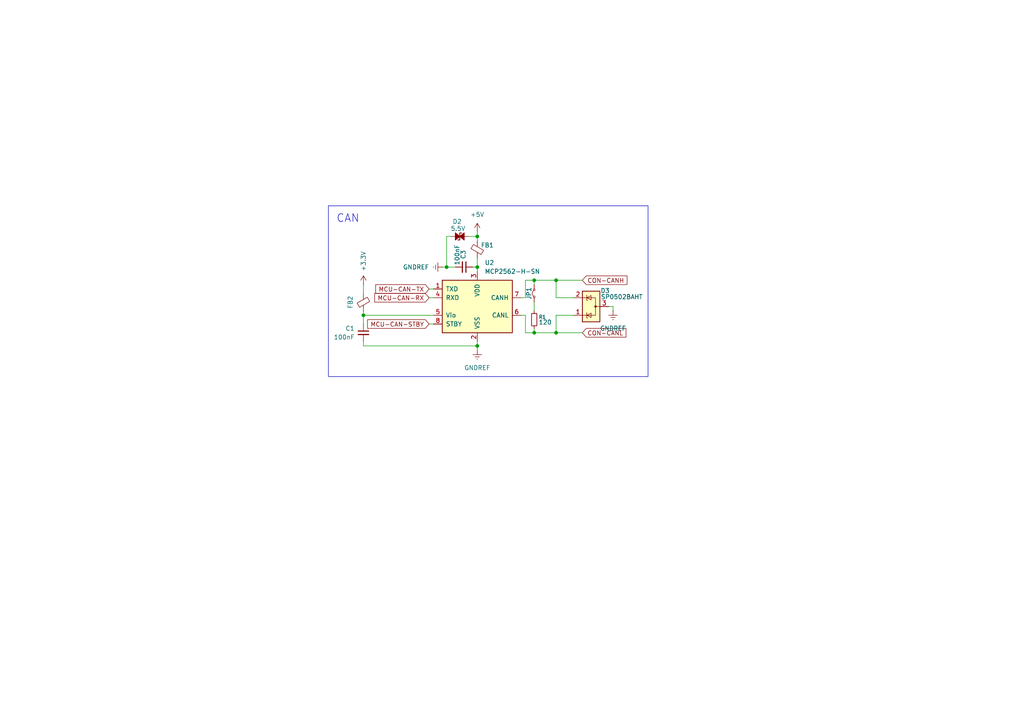
<source format=kicad_sch>
(kicad_sch (version 20250114) (generator "eeschema") (generator_version "9.0")
  (paper "A4")
  (lib_symbols
    (symbol "Device:C_Small" (pin_numbers (hide yes)) (pin_names (offset 0.254) (hide yes))
      (property "Reference" "C" (at 0.254 1.778 0))
      (property "Value" "C_Small" (at 0.254 -2.032 0))
      (symbol "C_Small_0_1"
        (polyline (pts (xy -1.524 0.508) (xy 1.524 0.508)) (stroke (width 0.3048)))
        (polyline (pts (xy -1.524 -0.508) (xy 1.524 -0.508)) (stroke (width 0.3302)))
      )
      (symbol "C_Small_1_1"
        (pin passive line (at 0 2.54 270) (length 2.032) (name "~") (number "1"))
        (pin passive line (at 0 -2.54 90) (length 2.032) (name "~") (number "2"))
      )
    )
    (symbol "Device:D_TVS_Small_Filled" (pin_numbers (hide yes)) (pin_names (offset 1.016) (hide yes))
      (property "Reference" "D" (at 0 2.54 0))
      (property "Value" "D_TVS_Small_Filled" (at 0 -2.54 0))
      (symbol "D_TVS_Small_Filled_0_1"
        (polyline (pts (xy -1.27 0) (xy 1.27 0)))
        (polyline (pts (xy 0.508 1.016) (xy 0 1.016) (xy 0 -1.016) (xy -0.508 -1.016)) (stroke (width 0.254)))
      )
      (symbol "D_TVS_Small_Filled_1_1"
        (polyline (pts (xy -1.27 1.016) (xy -1.27 -1.016) (xy 0 0) (xy -1.27 1.016)) (stroke (width 0.254)) (fill (type outline)))
        (polyline (pts (xy 0 0) (xy 1.27 1.016) (xy 1.27 -1.016) (xy 0 0)) (stroke (width 0.254)) (fill (type outline)))
        (pin passive line (at -2.54 0 0) (length 1.27) (name "A1") (number "1"))
        (pin passive line (at 2.54 0 180) (length 1.27) (name "A2") (number "2"))
      )
    )
    (symbol "Device:FerriteBead_Small" (pin_numbers (hide yes)) (pin_names (offset 0))
      (property "Reference" "FB" (at 1.905 1.27 0))
      (property "Value" "FerriteBead_Small" (at 1.905 -1.27 0))
      (symbol "FerriteBead_Small_0_1"
        (polyline (pts (xy -1.8288 0.2794) (xy -1.1176 1.4986) (xy 1.8288 -0.2032) (xy 1.1176 -1.4224) (xy -1.8288 0.2794)))
        (polyline (pts (xy 0 0.889) (xy 0 1.2954)))
        (polyline (pts (xy 0 -1.27) (xy 0 -0.7874)))
      )
      (symbol "FerriteBead_Small_1_1"
        (pin passive line (at 0 2.54 270) (length 1.27) (name "~") (number "1"))
        (pin passive line (at 0 -2.54 90) (length 1.27) (name "~") (number "2"))
      )
    )
    (symbol "Device:R_Small" (pin_numbers (hide yes)) (pin_names (offset 0.254) (hide yes))
      (property "Reference" "R" (at 0 0 90))
      (property "Value" "R_Small" (at 1.778 0 90))
      (symbol "R_Small_0_1"
        (rectangle (start -0.762 1.778) (end 0.762 -1.778) (stroke (width 0.2032)))
      )
      (symbol "R_Small_1_1"
        (pin passive line (at 0 2.54 270) (length 0.762) (name "~") (number "1"))
        (pin passive line (at 0 -2.54 90) (length 0.762) (name "~") (number "2"))
      )
    )
    (symbol "Interface_CAN_LIN:MCP2562-H-SN" (pin_names (offset 1.016))
      (property "Reference" "U" (at -10.16 8.89 0))
      (property "Value" "MCP2562-H-SN" (at 2.54 8.89 0))
      (symbol "MCP2562-H-SN_0_1"
        (rectangle (start -10.16 7.62) (end 10.16 -7.62) (stroke (width 0.254)) (fill (type background)))
      )
      (symbol "MCP2562-H-SN_1_1"
        (pin input line (at -12.7 5.08 0) (length 2.54) (name "TXD") (number "1"))
        (pin output line (at -12.7 2.54 0) (length 2.54) (name "RXD") (number "4"))
        (pin power_in line (at -12.7 -2.54 0) (length 2.54) (name "Vio") (number "5"))
        (pin input line (at -12.7 -5.08 0) (length 2.54) (name "STBY") (number "8"))
        (pin power_in line (at 0 10.16 270) (length 2.54) (name "VDD") (number "3"))
        (pin power_in line (at 0 -10.16 90) (length 2.54) (name "VSS") (number "2"))
        (pin bidirectional line (at 12.7 2.54 180) (length 2.54) (name "CANH") (number "7"))
        (pin bidirectional line (at 12.7 -2.54 180) (length 2.54) (name "CANL") (number "6"))
      )
    )
    (symbol "Jumper:Jumper_2_Small_Bridged" (pin_numbers (hide yes)) (pin_names (offset 0) (hide yes))
      (property "Reference" "JP" (at 0 2.032 0))
      (property "Value" "Jumper_2_Small_Bridged" (at 0 -2.286 0))
      (symbol "Jumper_2_Small_Bridged_0_0"
        (circle (center -1.016 0) (radius 0.254))
        (circle (center 1.016 0) (radius 0.254))
      )
      (symbol "Jumper_2_Small_Bridged_0_1"
        (arc (start -0.762 0.254) (mid 0 0.5696) (end 0.762 0.254))
      )
      (symbol "Jumper_2_Small_Bridged_1_1"
        (pin passive line (at -2.54 0 0) (length 1.27) (name "A") (number "1"))
        (pin passive line (at 2.54 0 180) (length 1.27) (name "B") (number "2"))
      )
    )
    (symbol "Power_Protection:SP0502BAHT" (pin_names (hide yes))
      (property "Reference" "D" (at 5.715 2.54 0))
      (property "Value" "SP0502BAHT" (at 5.715 0.635 0))
      (symbol "SP0502BAHT_0_0"
        (pin passive line (at 0 -5.08 90) (length 2.54) (name "A") (number "3"))
      )
      (symbol "SP0502BAHT_0_1"
        (rectangle (start -4.445 2.54) (end 4.445 -2.54) (stroke (width 0.254)) (fill (type background)))
        (polyline (pts (xy -3.302 1.016) (xy -3.302 1.27) (xy -1.905 1.27) (xy -1.778 1.27)))
        (polyline (pts (xy -2.54 2.54) (xy -2.54 1.27)))
        (polyline (pts (xy -2.54 1.27) (xy -2.54 -1.27) (xy 2.54 -1.27) (xy 2.54 1.27)))
        (polyline (pts (xy -2.54 1.27) (xy -1.905 0) (xy -3.175 0) (xy -2.54 1.27)))
        (polyline (pts (xy 0 -1.27) (xy 0 -2.54)))
        (circle (center 0 -1.27) (radius 0.254) (fill (type outline)))
        (polyline (pts (xy 1.778 1.016) (xy 1.778 1.27) (xy 3.175 1.27) (xy 3.302 1.27)))
        (polyline (pts (xy 2.54 2.54) (xy 2.54 1.27)))
        (polyline (pts (xy 2.54 1.27) (xy 1.905 0) (xy 3.175 0) (xy 2.54 1.27)))
      )
      (symbol "SP0502BAHT_1_1"
        (pin passive line (at -2.54 5.08 270) (length 2.54) (name "K") (number "1"))
        (pin passive line (at 2.54 5.08 270) (length 2.54) (name "K") (number "2"))
      )
    )
    (symbol "power:+3.3V" (power) (pin_numbers (hide yes)) (pin_names (offset 0) (hide yes))
      (property "Value" "+3.3V" (at 0 3.556 0))
      (symbol "+3.3V_0_1"
        (polyline (pts (xy -0.762 1.27) (xy 0 2.54)))
        (polyline (pts (xy 0 2.54) (xy 0.762 1.27)))
        (polyline (pts (xy 0 0) (xy 0 2.54)))
      )
      (symbol "+3.3V_1_1"
        (pin power_in line (at 0 0 90) (length 0) (name "~") (number "1"))
      )
    )
    (symbol "power:+5V" (power) (pin_numbers (hide yes)) (pin_names (offset 0) (hide yes))
      (property "Value" "+5V" (at 0 3.556 0))
      (symbol "+5V_0_1"
        (polyline (pts (xy -0.762 1.27) (xy 0 2.54)))
        (polyline (pts (xy 0 2.54) (xy 0.762 1.27)))
        (polyline (pts (xy 0 0) (xy 0 2.54)))
      )
      (symbol "+5V_1_1"
        (pin power_in line (at 0 0 90) (length 0) (name "~") (number "1"))
      )
    )
    (symbol "power:GNDREF" (power) (pin_numbers (hide yes)) (pin_names (offset 0) (hide yes))
      (property "Value" "GNDREF" (at 0 -3.81 0))
      (symbol "GNDREF_0_1"
        (polyline (pts (xy -0.635 -1.905) (xy 0.635 -1.905)))
        (polyline (pts (xy -0.127 -2.54) (xy 0.127 -2.54)))
        (polyline (pts (xy 0 -1.27) (xy 0 0)))
        (polyline (pts (xy 1.27 -1.27) (xy -1.27 -1.27)))
      )
      (symbol "GNDREF_1_1"
        (pin power_in line (at 0 0 270) (length 0) (name "~") (number "1"))
      )
    )
  )
  (rectangle (start 95.25 59.69) (end 187.96 109.22))
  (text "CAN\n" (at 97.536 64.77 0) (effects (font (size 2.2606 2.2606)) (justify left bottom)))
  (junction (at 161.29 81.28))
  (junction (at 129.54 77.47))
  (junction (at 138.43 100.33))
  (junction (at 105.41 91.44))
  (junction (at 138.43 68.58))
  (junction (at 154.94 81.28))
  (junction (at 138.43 77.47))
  (junction (at 154.94 96.52))
  (junction (at 161.29 96.52))
  (wire (pts (xy 124.46 86.36) (xy 125.73 86.36)))
  (wire (pts (xy 105.41 82.55) (xy 105.41 85.09)))
  (wire (pts (xy 151.13 86.36) (xy 152.4 86.36)))
  (wire (pts (xy 154.94 81.28) (xy 161.29 81.28)))
  (wire (pts (xy 152.4 81.28) (xy 154.94 81.28)))
  (wire (pts (xy 128.27 77.47) (xy 129.54 77.47)))
  (wire (pts (xy 137.16 77.47) (xy 138.43 77.47)))
  (wire (pts (xy 138.43 99.06) (xy 138.43 100.33)))
  (wire (pts (xy 152.4 86.36) (xy 152.4 81.28)))
  (wire (pts (xy 154.94 96.52) (xy 161.29 96.52)))
  (wire (pts (xy 129.54 77.47) (xy 132.08 77.47)))
  (wire (pts (xy 138.43 67.31) (xy 138.43 68.58)))
  (wire (pts (xy 161.29 81.28) (xy 161.29 86.36)))
  (wire (pts (xy 135.89 68.58) (xy 138.43 68.58)))
  (wire (pts (xy 161.29 91.44) (xy 161.29 96.52)))
  (wire (pts (xy 138.43 77.47) (xy 138.43 78.74)))
  (wire (pts (xy 154.94 82.55) (xy 154.94 81.28)))
  (wire (pts (xy 124.46 93.98) (xy 125.73 93.98)))
  (wire (pts (xy 105.41 91.44) (xy 105.41 93.98)))
  (wire (pts (xy 138.43 68.58) (xy 138.43 69.85)))
  (wire (pts (xy 105.41 91.44) (xy 125.73 91.44)))
  (wire (pts (xy 138.43 74.93) (xy 138.43 77.47)))
  (wire (pts (xy 105.41 90.17) (xy 105.41 91.44)))
  (wire (pts (xy 161.29 96.52) (xy 168.91 96.52)))
  (wire (pts (xy 124.46 83.82) (xy 125.73 83.82)))
  (wire (pts (xy 154.94 87.63) (xy 154.94 90.17)))
  (wire (pts (xy 161.29 91.44) (xy 166.37 91.44)))
  (wire (pts (xy 105.41 100.33) (xy 138.43 100.33)))
  (wire (pts (xy 152.4 91.44) (xy 152.4 96.52)))
  (wire (pts (xy 177.8 88.9) (xy 177.8 90.17)))
  (wire (pts (xy 161.29 86.36) (xy 166.37 86.36)))
  (wire (pts (xy 129.54 68.58) (xy 129.54 77.47)))
  (wire (pts (xy 130.81 68.58) (xy 129.54 68.58)))
  (wire (pts (xy 105.41 99.06) (xy 105.41 100.33)))
  (wire (pts (xy 138.43 100.33) (xy 138.43 101.6)))
  (wire (pts (xy 176.53 88.9) (xy 177.8 88.9)))
  (wire (pts (xy 154.94 95.25) (xy 154.94 96.52)))
  (wire (pts (xy 161.29 81.28) (xy 168.91 81.28)))
  (wire (pts (xy 151.13 91.44) (xy 152.4 91.44)))
  (wire (pts (xy 152.4 96.52) (xy 154.94 96.52)))
  (global_label "MCU-CAN-STBY" (shape input) (at 124.46 93.98 180) (property "Intersheetrefs" "${INTERSHEET_REFS}" (effects (hide yes))))
  (global_label "CON-CANH" (shape input) (at 168.91 81.28 0) (property "Intersheetrefs" "${INTERSHEET_REFS}" (effects (hide yes))))
  (global_label "MCU-CAN-RX" (shape input) (at 124.46 86.36 180) (property "Intersheetrefs" "${INTERSHEET_REFS}" (effects (hide yes))))
  (global_label "MCU-CAN-TX" (shape input) (at 124.46 83.82 180) (property "Intersheetrefs" "${INTERSHEET_REFS}" (effects (hide yes))))
  (global_label "CON-CANL" (shape input) (at 168.91 96.52 0) (property "Intersheetrefs" "${INTERSHEET_REFS}" (effects (hide yes))))
  (symbol (lib_id "Device:R_Small") (at 154.94 92.71 0) (unit 1)
    (property "Reference" "R1" (at 156.21 91.948 0) (effects (font (size 1.016 1.016)) (justify left)))
    (property "Value" "120" (at 156.21 93.472 0) (effects (justify left)))
    (property "Description" "Resistor, small symbol" (effects (hide yes)))
  )
  (symbol (lib_id "power:+5V") (at 138.43 67.31 0) (unit 1)
    (property "Reference" "#PWR05" (effects (hide yes)))
    (property "Value" "+5V" (at 138.43 62.23 0))
    (property "Description" "Power symbol creates a global label with name \"+5V\"" (effects (hide yes)))
  )
  (symbol (lib_id "Device:D_TVS_Small_Filled") (at 133.35 68.58 0) (unit 1)
    (property "Reference" "D2" (at 132.588 64.262 0))
    (property "Value" "5.5V" (at 132.842 66.294 0))
    (property "Footprint" "Diode_SMD:D_0805_2012Metric" (effects (hide yes)))
    (property "Description" "Bidirectional transient-voltage-suppression diode, small symbol, filled shape" (effects (hide yes)))
  )
  (symbol (lib_id "power:GNDREF") (at 128.27 77.47 270) (unit 1)
    (property "Reference" "#PWR06" (effects (hide yes)))
    (property "Value" "GNDREF" (at 124.46 77.4699 90) (effects (justify right)))
    (property "Description" "Power symbol creates a global label with name \"GNDREF\" , reference supply ground" (effects (hide yes)))
  )
  (symbol (lib_id "power:GNDREF") (at 177.8 90.17 0) (unit 1)
    (property "Reference" "#PWR07" (effects (hide yes)))
    (property "Value" "GNDREF" (at 177.8 95.25 0))
    (property "Description" "Power symbol creates a global label with name \"GNDREF\" , reference supply ground" (effects (hide yes)))
  )
  (symbol (lib_id "Interface_CAN_LIN:MCP2562-H-SN") (at 138.43 88.9 0) (unit 1)
    (property "Reference" "U2" (at 140.5733 76.2 0) (effects (justify left)))
    (property "Value" "MCP2562-H-SN" (at 140.5733 78.74 0) (effects (justify left)))
    (property "Footprint" "Package_SO:SOIC-8_3.9x4.9mm_P1.27mm" (effects (hide yes)))
    (property "Datasheet" "http://ww1.microchip.com/downloads/en/DeviceDoc/25167A.pdf" (effects (hide yes)))
    (property "Description" "High-Speed CAN Transceiver, 1Mbps, 5V supply, Vio pin, -40C to +150C, SOIC-8" (effects (hide yes)))
  )
  (symbol (lib_id "Device:C_Small") (at 105.41 96.52 0) (unit 1)
    (property "Reference" "C1" (at 102.87 95.2562 0) (effects (justify right)))
    (property "Value" "100nF" (at 102.87 97.7962 0) (effects (justify right)))
    (property "Description" "Unpolarized capacitor, small symbol" (effects (hide yes)))
  )
  (symbol (lib_id "power:+3.3V") (at 105.41 82.55 0) (mirror y) (unit 1)
    (property "Reference" "#PWR01" (effects (hide yes)))
    (property "Value" "+3.3V" (at 105.4099 78.74 90) (effects (justify left)))
    (property "Description" "Power symbol creates a global label with name \"+3.3V\"" (effects (hide yes)))
  )
  (symbol (lib_id "power:GNDREF") (at 138.43 101.6 0) (unit 1)
    (property "Reference" "#PWR03" (effects (hide yes)))
    (property "Value" "GNDREF" (at 138.43 106.68 0))
    (property "Description" "Power symbol creates a global label with name \"GNDREF\" , reference supply ground" (effects (hide yes)))
  )
  (symbol (lib_id "Device:FerriteBead_Small") (at 105.41 87.63 0) (mirror x) (unit 1)
    (property "Reference" "FB2" (at 101.6 87.6681 90))
    (property "Value" "FerriteBead_Small" (effects (hide yes)))
    (property "Description" "Ferrite bead, small symbol" (effects (hide yes)))
  )
  (symbol (lib_id "Power_Protection:SP0502BAHT") (at 171.45 88.9 90) (unit 1)
    (property "Reference" "D3" (at 175.514 84.328 90))
    (property "Value" "SP0502BAHT" (at 180.34 86.106 90))
    (property "Footprint" "Package_TO_SOT_SMD:SOT-23" (effects (hide yes)))
    (property "Datasheet" "http://www.littelfuse.com/~/media/files/littelfuse/technical%20resources/documents/data%20sheets/sp05xxba.pdf" (effects (hide yes)))
    (property "Description" "TVS Diode Array, 5.5V Standoff, 2 Channels, SOT-23 package" (effects (hide yes)))
  )
  (symbol (lib_id "Jumper:Jumper_2_Small_Bridged") (at 154.94 85.09 90) (unit 1)
    (property "Reference" "JP1" (at 153.416 85.09 0))
    (property "Value" "J-Term" (effects (hide yes)))
    (property "Footprint" "TestPoint:TestPoint_2Pads_Pitch2.54mm_Drill0.8mm" (effects (hide yes)))
    (property "Description" "Jumper, 2-pole, small symbol, bridged" (effects (hide yes)))
  )
  (symbol (lib_id "Device:C_Small") (at 134.62 77.47 270) (unit 1)
    (property "Reference" "C3" (at 134.366 75.184 0) (effects (justify right)))
    (property "Value" "100nF" (at 132.588 76.962 0) (effects (justify right)))
    (property "Description" "Unpolarized capacitor, small symbol" (effects (hide yes)))
  )
  (symbol (lib_id "Device:FerriteBead_Small") (at 138.43 72.39 0) (unit 1)
    (property "Reference" "FB1" (at 139.446 71.12 0) (effects (justify left)))
    (property "Value" "FerriteBead_Small" (effects (hide yes)))
    (property "Description" "Ferrite bead, small symbol" (effects (hide yes)))
  )
)
</source>
